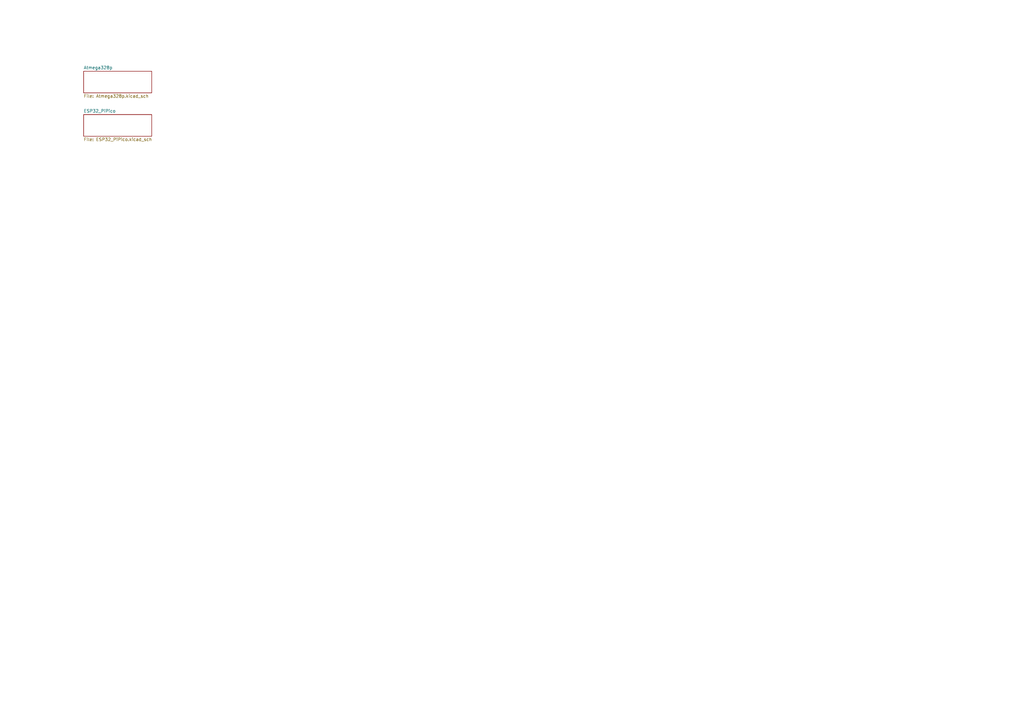
<source format=kicad_sch>
(kicad_sch
	(version 20250114)
	(generator "eeschema")
	(generator_version "9.0")
	(uuid "cd2f0210-fc6f-496a-9585-f4ac644488ef")
	(paper "A3")
	(lib_symbols)
	(sheet
		(at 34.29 46.99)
		(size 27.94 8.89)
		(exclude_from_sim no)
		(in_bom yes)
		(on_board yes)
		(dnp no)
		(fields_autoplaced yes)
		(stroke
			(width 0.1524)
			(type solid)
		)
		(fill
			(color 0 0 0 0.0000)
		)
		(uuid "8827bb57-2e65-45cc-9e87-6b4c3062f8f0")
		(property "Sheetname" "ESP32_PiPico"
			(at 34.29 46.2784 0)
			(effects
				(font
					(size 1.27 1.27)
				)
				(justify left bottom)
			)
		)
		(property "Sheetfile" "ESP32_PiPico.kicad_sch"
			(at 34.29 56.4646 0)
			(effects
				(font
					(size 1.27 1.27)
				)
				(justify left top)
			)
		)
		(instances
			(project "atmega328p_base"
				(path "/cd2f0210-fc6f-496a-9585-f4ac644488ef"
					(page "3")
				)
			)
		)
	)
	(sheet
		(at 34.29 29.21)
		(size 27.94 8.89)
		(exclude_from_sim no)
		(in_bom yes)
		(on_board yes)
		(dnp no)
		(fields_autoplaced yes)
		(stroke
			(width 0.1524)
			(type solid)
		)
		(fill
			(color 0 0 0 0.0000)
		)
		(uuid "ad288336-8192-4470-82de-4fa6307eec75")
		(property "Sheetname" "Atmega328p"
			(at 34.29 28.4984 0)
			(effects
				(font
					(size 1.27 1.27)
				)
				(justify left bottom)
			)
		)
		(property "Sheetfile" "Atmega328p.kicad_sch"
			(at 34.29 38.6846 0)
			(effects
				(font
					(size 1.27 1.27)
				)
				(justify left top)
			)
		)
		(instances
			(project "atmega328p_base"
				(path "/cd2f0210-fc6f-496a-9585-f4ac644488ef"
					(page "2")
				)
			)
		)
	)
	(sheet_instances
		(path "/"
			(page "1")
		)
	)
	(embedded_fonts no)
)

</source>
